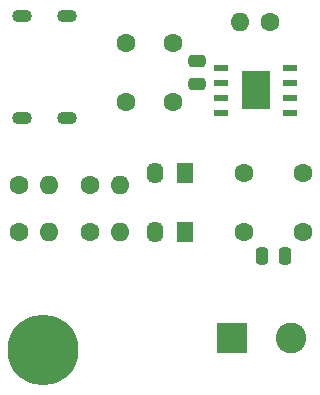
<source format=gbs>
%TF.GenerationSoftware,KiCad,Pcbnew,8.0.5*%
%TF.CreationDate,2024-10-25T22:44:06+08:00*%
%TF.ProjectId,TP4056_Lithium_battery_charging,54503430-3536-45f4-9c69-746869756d5f,rev?*%
%TF.SameCoordinates,Original*%
%TF.FileFunction,Soldermask,Bot*%
%TF.FilePolarity,Negative*%
%FSLAX46Y46*%
G04 Gerber Fmt 4.6, Leading zero omitted, Abs format (unit mm)*
G04 Created by KiCad (PCBNEW 8.0.5) date 2024-10-25 22:44:06*
%MOMM*%
%LPD*%
G01*
G04 APERTURE LIST*
G04 Aperture macros list*
%AMRoundRect*
0 Rectangle with rounded corners*
0 $1 Rounding radius*
0 $2 $3 $4 $5 $6 $7 $8 $9 X,Y pos of 4 corners*
0 Add a 4 corners polygon primitive as box body*
4,1,4,$2,$3,$4,$5,$6,$7,$8,$9,$2,$3,0*
0 Add four circle primitives for the rounded corners*
1,1,$1+$1,$2,$3*
1,1,$1+$1,$4,$5*
1,1,$1+$1,$6,$7*
1,1,$1+$1,$8,$9*
0 Add four rect primitives between the rounded corners*
20,1,$1+$1,$2,$3,$4,$5,0*
20,1,$1+$1,$4,$5,$6,$7,0*
20,1,$1+$1,$6,$7,$8,$9,0*
20,1,$1+$1,$8,$9,$2,$3,0*%
G04 Aperture macros list end*
%ADD10RoundRect,0.250000X0.250000X0.475000X-0.250000X0.475000X-0.250000X-0.475000X0.250000X-0.475000X0*%
%ADD11RoundRect,0.250000X-0.475000X0.250000X-0.475000X-0.250000X0.475000X-0.250000X0.475000X0.250000X0*%
%ADD12O,1.700000X1.100000*%
%ADD13R,2.400000X3.300000*%
%ADD14R,1.200000X0.600000*%
%ADD15C,1.600000*%
%ADD16O,1.600000X1.600000*%
%ADD17R,2.600000X2.600000*%
%ADD18C,2.600000*%
%ADD19R,1.400000X1.800000*%
%ADD20O,1.400000X1.800000*%
%ADD21C,6.000000*%
G04 APERTURE END LIST*
D10*
%TO.C,C3*%
X125450000Y-122000000D03*
X123550000Y-122000000D03*
%TD*%
D11*
%TO.C,C6*%
X118000000Y-105550000D03*
X118000000Y-107450000D03*
%TD*%
D12*
%TO.C,USB1*%
X103200000Y-110320000D03*
X107000000Y-110320000D03*
X103200000Y-101680000D03*
X107000000Y-101680000D03*
%TD*%
D13*
%TO.C,U1*%
X123000000Y-108000000D03*
D14*
X125908500Y-109905000D03*
X125908500Y-108635000D03*
X125908500Y-107365000D03*
X125908500Y-106095000D03*
X120091500Y-106095000D03*
X120091500Y-107365000D03*
X120091500Y-108635000D03*
X120091500Y-109905000D03*
%TD*%
D15*
%TO.C,R5*%
X109000000Y-116000000D03*
D16*
X111540000Y-116000000D03*
%TD*%
%TO.C,R4*%
X105540000Y-120000000D03*
D15*
X103000000Y-120000000D03*
%TD*%
%TO.C,R3*%
X103000000Y-116000000D03*
D16*
X105540000Y-116000000D03*
%TD*%
D15*
%TO.C,R2*%
X109000000Y-120000000D03*
D16*
X111540000Y-120000000D03*
%TD*%
D15*
%TO.C,R1*%
X124245000Y-102200000D03*
D16*
X121705000Y-102200000D03*
%TD*%
D17*
%TO.C,P1*%
X121000000Y-129000000D03*
D18*
X126000000Y-129000000D03*
%TD*%
D19*
%TO.C,LED2*%
X117000000Y-115000000D03*
D20*
X114460000Y-115000000D03*
%TD*%
D19*
%TO.C,LED1*%
X117000000Y-120000000D03*
D20*
X114460000Y-120000000D03*
%TD*%
D21*
%TO.C,H1*%
X105000000Y-130000000D03*
%TD*%
D15*
%TO.C,C5*%
X116000000Y-109000000D03*
X116000000Y-104000000D03*
%TD*%
%TO.C,C4*%
X112000000Y-109000000D03*
X112000000Y-104000000D03*
%TD*%
%TO.C,C2*%
X127000000Y-120000000D03*
X122000000Y-120000000D03*
%TD*%
%TO.C,C1*%
X127000000Y-115000000D03*
X122000000Y-115000000D03*
%TD*%
M02*

</source>
